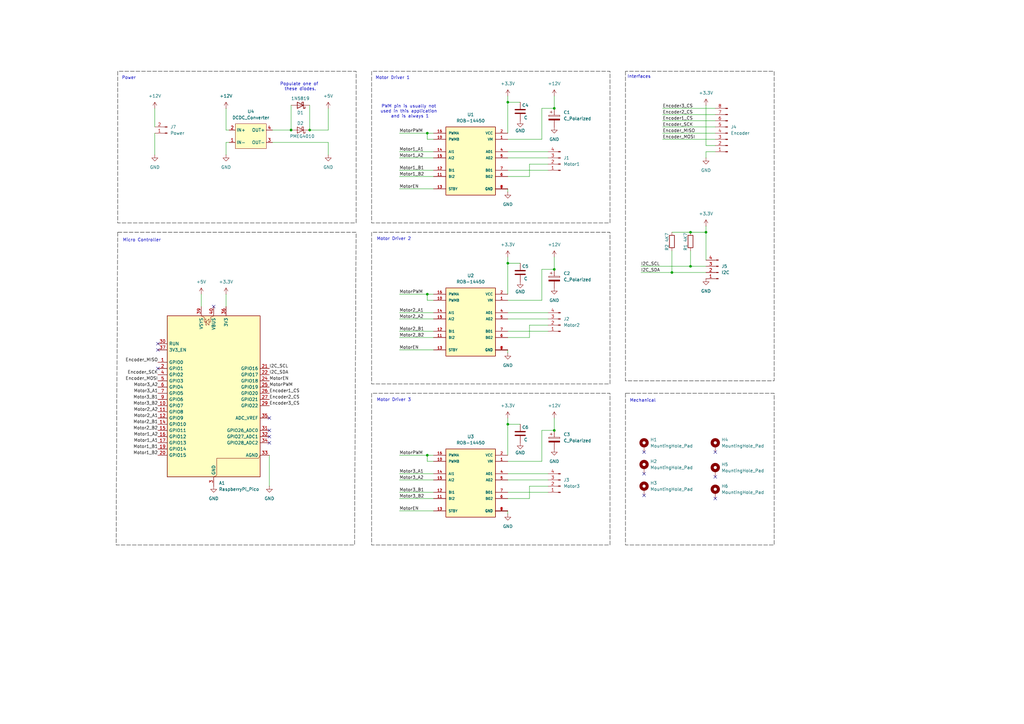
<source format=kicad_sch>
(kicad_sch (version 20250114) (generator "eeschema") (generator_version "9.0")
  (paper "A3")
  (lib_symbols
    (symbol "Connector:Conn_01x02_Pin" (pin_names (offset 1.016) (hide yes))
      (property "Reference" "J" (at 0 2.54 0))
      (property "Value" "Conn_01x02_Pin" (at 0 -5.08 0))
      (symbol "Conn_01x02_Pin_1_1"
        (rectangle (start 0.8636 0.127) (end 0 -0.127) (stroke (width 0.1524)) (fill (type outline)))
        (rectangle (start 0.8636 -2.413) (end 0 -2.667) (stroke (width 0.1524)) (fill (type outline)))
        (polyline (pts (xy 1.27 0) (xy 0.8636 0)) (stroke (width 0.1524)))
        (polyline (pts (xy 1.27 -2.54) (xy 0.8636 -2.54)) (stroke (width 0.1524)))
        (pin passive line (at 5.08 0 180) (length 3.81) (name "Pin_1") (number "1"))
        (pin passive line (at 5.08 -2.54 180) (length 3.81) (name "Pin_2") (number "2"))
      )
    )
    (symbol "Connector:Conn_01x04_Pin" (pin_names (offset 1.016) (hide yes))
      (property "Reference" "J" (at 0 5.08 0))
      (property "Value" "Conn_01x04_Pin" (at 0 -7.62 0))
      (symbol "Conn_01x04_Pin_1_1"
        (rectangle (start 0.8636 2.667) (end 0 2.413) (stroke (width 0.1524)) (fill (type outline)))
        (rectangle (start 0.8636 0.127) (end 0 -0.127) (stroke (width 0.1524)) (fill (type outline)))
        (rectangle (start 0.8636 -2.413) (end 0 -2.667) (stroke (width 0.1524)) (fill (type outline)))
        (rectangle (start 0.8636 -4.953) (end 0 -5.207) (stroke (width 0.1524)) (fill (type outline)))
        (polyline (pts (xy 1.27 2.54) (xy 0.8636 2.54)) (stroke (width 0.1524)))
        (polyline (pts (xy 1.27 0) (xy 0.8636 0)) (stroke (width 0.1524)))
        (polyline (pts (xy 1.27 -2.54) (xy 0.8636 -2.54)) (stroke (width 0.1524)))
        (polyline (pts (xy 1.27 -5.08) (xy 0.8636 -5.08)) (stroke (width 0.1524)))
        (pin passive line (at 5.08 2.54 180) (length 3.81) (name "Pin_1") (number "1"))
        (pin passive line (at 5.08 0 180) (length 3.81) (name "Pin_2") (number "2"))
        (pin passive line (at 5.08 -2.54 180) (length 3.81) (name "Pin_3") (number "3"))
        (pin passive line (at 5.08 -5.08 180) (length 3.81) (name "Pin_4") (number "4"))
      )
    )
    (symbol "Connector:Conn_01x08_Pin" (pin_names (offset 1.016) (hide yes))
      (property "Reference" "J" (at 0 10.16 0))
      (property "Value" "Conn_01x08_Pin" (at 0 -12.7 0))
      (symbol "Conn_01x08_Pin_1_1"
        (rectangle (start 0.8636 7.747) (end 0 7.493) (stroke (width 0.1524)) (fill (type outline)))
        (rectangle (start 0.8636 5.207) (end 0 4.953) (stroke (width 0.1524)) (fill (type outline)))
        (rectangle (start 0.8636 2.667) (end 0 2.413) (stroke (width 0.1524)) (fill (type outline)))
        (rectangle (start 0.8636 0.127) (end 0 -0.127) (stroke (width 0.1524)) (fill (type outline)))
        (rectangle (start 0.8636 -2.413) (end 0 -2.667) (stroke (width 0.1524)) (fill (type outline)))
        (rectangle (start 0.8636 -4.953) (end 0 -5.207) (stroke (width 0.1524)) (fill (type outline)))
        (rectangle (start 0.8636 -7.493) (end 0 -7.747) (stroke (width 0.1524)) (fill (type outline)))
        (rectangle (start 0.8636 -10.033) (end 0 -10.287) (stroke (width 0.1524)) (fill (type outline)))
        (polyline (pts (xy 1.27 7.62) (xy 0.8636 7.62)) (stroke (width 0.1524)))
        (polyline (pts (xy 1.27 5.08) (xy 0.8636 5.08)) (stroke (width 0.1524)))
        (polyline (pts (xy 1.27 2.54) (xy 0.8636 2.54)) (stroke (width 0.1524)))
        (polyline (pts (xy 1.27 0) (xy 0.8636 0)) (stroke (width 0.1524)))
        (polyline (pts (xy 1.27 -2.54) (xy 0.8636 -2.54)) (stroke (width 0.1524)))
        (polyline (pts (xy 1.27 -5.08) (xy 0.8636 -5.08)) (stroke (width 0.1524)))
        (polyline (pts (xy 1.27 -7.62) (xy 0.8636 -7.62)) (stroke (width 0.1524)))
        (polyline (pts (xy 1.27 -10.16) (xy 0.8636 -10.16)) (stroke (width 0.1524)))
        (pin passive line (at 5.08 7.62 180) (length 3.81) (name "Pin_1") (number "1"))
        (pin passive line (at 5.08 5.08 180) (length 3.81) (name "Pin_2") (number "2"))
        (pin passive line (at 5.08 2.54 180) (length 3.81) (name "Pin_3") (number "3"))
        (pin passive line (at 5.08 0 180) (length 3.81) (name "Pin_4") (number "4"))
        (pin passive line (at 5.08 -2.54 180) (length 3.81) (name "Pin_5") (number "5"))
        (pin passive line (at 5.08 -5.08 180) (length 3.81) (name "Pin_6") (number "6"))
        (pin passive line (at 5.08 -7.62 180) (length 3.81) (name "Pin_7") (number "7"))
        (pin passive line (at 5.08 -10.16 180) (length 3.81) (name "Pin_8") (number "8"))
      )
    )
    (symbol "DCDC_Converter:DCDC-Module"
      (property "Reference" "U" (at -0.508 0 0))
      (property "Value" "DCDC_Converter" (at -2.54 0 0))
      (symbol "DCDC-Module_1_1"
        (rectangle (start -6.35 5.08) (end 6.35 -5.08) (fill (type background)))
        (pin power_in line (at -8.89 2.54 0) (length 2.54) (name "IN+") (number "2"))
        (pin power_in line (at -8.89 -2.54 0) (length 2.54) (name "IN-") (number "1"))
        (pin power_out line (at 8.89 2.54 180) (length 2.54) (name "OUT+") (number "4"))
        (pin power_out line (at 8.89 -2.54 180) (length 2.54) (name "OUT-") (number "3"))
      )
    )
    (symbol "Device:C" (pin_numbers (hide yes)) (pin_names (offset 0.254))
      (property "Reference" "C" (at 0.635 2.54 0))
      (property "Value" "C" (at 0.635 -2.54 0))
      (symbol "C_0_1"
        (polyline (pts (xy -2.032 0.762) (xy 2.032 0.762)) (stroke (width 0.508)))
        (polyline (pts (xy -2.032 -0.762) (xy 2.032 -0.762)) (stroke (width 0.508)))
      )
      (symbol "C_1_1"
        (pin passive line (at 0 3.81 270) (length 2.794) (name "~") (number "1"))
        (pin passive line (at 0 -3.81 90) (length 2.794) (name "~") (number "2"))
      )
    )
    (symbol "Device:C_Polarized" (pin_numbers (hide yes)) (pin_names (offset 0.254))
      (property "Reference" "C" (at 0.635 2.54 0))
      (property "Value" "C_Polarized" (at 0.635 -2.54 0))
      (symbol "C_Polarized_0_1"
        (rectangle (start -2.286 0.508) (end 2.286 1.016))
        (polyline (pts (xy -1.778 2.286) (xy -0.762 2.286)))
        (polyline (pts (xy -1.27 2.794) (xy -1.27 1.778)))
        (rectangle (start 2.286 -0.508) (end -2.286 -1.016) (fill (type outline)))
      )
      (symbol "C_Polarized_1_1"
        (pin passive line (at 0 3.81 270) (length 2.794) (name "~") (number "1"))
        (pin passive line (at 0 -3.81 90) (length 2.794) (name "~") (number "2"))
      )
    )
    (symbol "Device:R" (pin_numbers (hide yes)) (pin_names (offset 0))
      (property "Reference" "R" (at 2.032 0 90))
      (property "Value" "R" (at 0 0 90))
      (symbol "R_0_1"
        (rectangle (start -1.016 -2.54) (end 1.016 2.54) (stroke (width 0.254)))
      )
      (symbol "R_1_1"
        (pin passive line (at 0 3.81 270) (length 1.27) (name "~") (number "1"))
        (pin passive line (at 0 -3.81 90) (length 1.27) (name "~") (number "2"))
      )
    )
    (symbol "Diode:1N5819" (pin_numbers (hide yes)) (pin_names (offset 1.016) (hide yes))
      (property "Reference" "D" (at 0 2.54 0))
      (property "Value" "1N5819" (at 0 -2.54 0))
      (symbol "1N5819_0_1"
        (polyline (pts (xy -1.905 0.635) (xy -1.905 1.27) (xy -1.27 1.27) (xy -1.27 -1.27) (xy -0.635 -1.27) (xy -0.635 -0.635)) (stroke (width 0.254)))
        (polyline (pts (xy 1.27 1.27) (xy 1.27 -1.27) (xy -1.27 0) (xy 1.27 1.27)) (stroke (width 0.254)))
        (polyline (pts (xy 1.27 0) (xy -1.27 0)))
      )
      (symbol "1N5819_1_1"
        (pin passive line (at -3.81 0 0) (length 2.54) (name "K") (number "1"))
        (pin passive line (at 3.81 0 180) (length 2.54) (name "A") (number "2"))
      )
    )
    (symbol "Diode:PMEG4010CEH" (pin_numbers (hide yes)) (pin_names (hide yes))
      (property "Reference" "D" (at 0 2.54 0))
      (property "Value" "PMEG4010CEH" (at 0 -2.54 0))
      (symbol "PMEG4010CEH_0_1"
        (polyline (pts (xy -1.905 0.635) (xy -1.905 1.27) (xy -1.27 1.27) (xy -1.27 -1.27) (xy -0.635 -1.27) (xy -0.635 -0.635)) (stroke (width 0.2032)))
        (polyline (pts (xy 1.27 1.27) (xy 1.27 -1.27) (xy -1.27 0) (xy 1.27 1.27)) (stroke (width 0.2032)))
        (polyline (pts (xy 1.27 0) (xy -1.27 0)))
      )
      (symbol "PMEG4010CEH_1_1"
        (pin passive line (at -3.81 0 0) (length 2.54) (name "K") (number "1"))
        (pin passive line (at 3.81 0 180) (length 2.54) (name "A") (number "2"))
      )
    )
    (symbol "MCU_Module:RaspberryPi_Pico" (pin_names (offset 0.762))
      (property "Reference" "A" (at -19.05 35.56 0))
      (property "Value" "RaspberryPi_Pico" (at 7.62 35.56 0))
      (symbol "RaspberryPi_Pico_0_1"
        (rectangle (start -19.05 34.29) (end 19.05 -31.75) (stroke (width 0.254)) (fill (type background)))
        (polyline (pts (xy -5.08 34.29) (xy -3.81 33.655) (xy -3.81 31.75) (xy -3.175 31.75)))
        (polyline (pts (xy -3.429 32.766) (xy -3.429 33.02) (xy -3.175 33.02) (xy -3.175 30.48) (xy -2.921 30.48) (xy -2.921 30.734)))
        (polyline (pts (xy -3.175 31.75) (xy -1.905 33.02) (xy -1.905 30.48) (xy -3.175 31.75)))
        (polyline (pts (xy 0 34.29) (xy -1.27 33.655) (xy -1.27 31.75) (xy -1.905 31.75)))
        (polyline (pts (xy 0 -31.75) (xy 1.27 -31.115) (xy 1.27 -24.13) (xy 18.415 -24.13) (xy 19.05 -22.86)))
      )
      (symbol "RaspberryPi_Pico_1_1"
        (pin passive line (at -22.86 22.86 0) (length 3.81) (name "RUN") (number "30"))
        (pin passive line (at -22.86 20.32 0) (length 3.81) (name "3V3_EN") (number "37"))
        (pin bidirectional line (at -22.86 15.24 0) (length 3.81) (name "GPIO0") (number "1"))
        (pin bidirectional line (at -22.86 12.7 0) (length 3.81) (name "GPIO1") (number "2"))
        (pin bidirectional line (at -22.86 10.16 0) (length 3.81) (name "GPIO2") (number "4"))
        (pin bidirectional line (at -22.86 7.62 0) (length 3.81) (name "GPIO3") (number "5"))
        (pin bidirectional line (at -22.86 5.08 0) (length 3.81) (name "GPIO4") (number "6"))
        (pin bidirectional line (at -22.86 2.54 0) (length 3.81) (name "GPIO5") (number "7"))
        (pin bidirectional line (at -22.86 0 0) (length 3.81) (name "GPIO6") (number "9"))
        (pin bidirectional line (at -22.86 -2.54 0) (length 3.81) (name "GPIO7") (number "10"))
        (pin bidirectional line (at -22.86 -5.08 0) (length 3.81) (name "GPIO8") (number "11"))
        (pin bidirectional line (at -22.86 -7.62 0) (length 3.81) (name "GPIO9") (number "12"))
        (pin bidirectional line (at -22.86 -10.16 0) (length 3.81) (name "GPIO10") (number "14"))
        (pin bidirectional line (at -22.86 -12.7 0) (length 3.81) (name "GPIO11") (number "15"))
        (pin bidirectional line (at -22.86 -15.24 0) (length 3.81) (name "GPIO12") (number "16"))
        (pin bidirectional line (at -22.86 -17.78 0) (length 3.81) (name "GPIO13") (number "17"))
        (pin bidirectional line (at -22.86 -20.32 0) (length 3.81) (name "GPIO14") (number "19"))
        (pin bidirectional line (at -22.86 -22.86 0) (length 3.81) (name "GPIO15") (number "20"))
        (pin power_in line (at -5.08 38.1 270) (length 3.81) (name "VSYS") (number "39"))
        (pin power_out line (at 0 38.1 270) (length 3.81) (name "VBUS") (number "40"))
        (pin passive line (at 0 -35.56 90) (length 3.81) (hide yes) (name "GND") (number "13"))
        (pin passive line (at 0 -35.56 90) (length 3.81) (hide yes) (name "GND") (number "18"))
        (pin passive line (at 0 -35.56 90) (length 3.81) (hide yes) (name "GND") (number "23"))
        (pin passive line (at 0 -35.56 90) (length 3.81) (hide yes) (name "GND") (number "28"))
        (pin power_out line (at 0 -35.56 90) (length 3.81) (name "GND") (number "3"))
        (pin passive line (at 0 -35.56 90) (length 3.81) (hide yes) (name "GND") (number "38"))
        (pin passive line (at 0 -35.56 90) (length 3.81) (hide yes) (name "GND") (number "8"))
        (pin power_out line (at 5.08 38.1 270) (length 3.81) (name "3V3") (number "36"))
        (pin bidirectional line (at 22.86 12.7 180) (length 3.81) (name "GPIO16") (number "21"))
        (pin bidirectional line (at 22.86 10.16 180) (length 3.81) (name "GPIO17") (number "22"))
        (pin bidirectional line (at 22.86 7.62 180) (length 3.81) (name "GPIO18") (number "24"))
        (pin bidirectional line (at 22.86 5.08 180) (length 3.81) (name "GPIO19") (number "25"))
        (pin bidirectional line (at 22.86 2.54 180) (length 3.81) (name "GPIO20") (number "26"))
        (pin bidirectional line (at 22.86 0 180) (length 3.81) (name "GPIO21") (number "27"))
        (pin bidirectional line (at 22.86 -2.54 180) (length 3.81) (name "GPIO22") (number "29"))
        (pin power_in line (at 22.86 -7.62 180) (length 3.81) (name "ADC_VREF") (number "35"))
        (pin bidirectional line (at 22.86 -12.7 180) (length 3.81) (name "GPIO26_ADC0") (number "31"))
        (pin bidirectional line (at 22.86 -15.24 180) (length 3.81) (name "GPIO27_ADC1") (number "32"))
        (pin bidirectional line (at 22.86 -17.78 180) (length 3.81) (name "GPIO28_ADC2") (number "34"))
        (pin power_out line (at 22.86 -22.86 180) (length 3.81) (name "AGND") (number "33"))
      )
    )
    (symbol "Mechanical:MountingHole_Pad" (pin_numbers (hide yes)) (pin_names (offset 1.016) (hide yes)) (in_bom no)
      (property "Reference" "H" (at 0 6.35 0))
      (property "Value" "MountingHole_Pad" (at 0 4.445 0))
      (symbol "MountingHole_Pad_0_1"
        (circle (center 0 1.27) (radius 1.27) (stroke (width 1.27)))
      )
      (symbol "MountingHole_Pad_1_1"
        (pin input line (at 0 -2.54 90) (length 2.54) (name "1") (number "1"))
      )
    )
    (symbol "ROB-14450:ROB-14450" (pin_names (offset 1.016))
      (property "Reference" "U" (at -10.16 16.002 0))
      (property "Value" "ROB-14450" (at -10.16 -15.24 0))
      (symbol "ROB-14450_0_0"
        (rectangle (start -10.16 -12.7) (end 10.16 15.24) (stroke (width 0.254)) (fill (type background)))
        (pin input line (at -15.24 12.7 0) (length 5.08) (name "PWMA") (number "16"))
        (pin input line (at -15.24 10.16 0) (length 5.08) (name "PWMB") (number "10"))
        (pin input line (at -15.24 5.08 0) (length 5.08) (name "AI1") (number "14"))
        (pin input line (at -15.24 2.54 0) (length 5.08) (name "AI2") (number "15"))
        (pin input line (at -15.24 -2.54 0) (length 5.08) (name "BI1") (number "12"))
        (pin input line (at -15.24 -5.08 0) (length 5.08) (name "BI2") (number "11"))
        (pin input line (at -15.24 -10.16 0) (length 5.08) (name "STBY") (number "13"))
        (pin power_in line (at 15.24 12.7 180) (length 5.08) (name "VCC") (number "2"))
        (pin power_in line (at 15.24 10.16 180) (length 5.08) (name "VM") (number "1"))
        (pin output line (at 15.24 5.08 180) (length 5.08) (name "A01") (number "4"))
        (pin output line (at 15.24 2.54 180) (length 5.08) (name "A02") (number "5"))
        (pin output line (at 15.24 -2.54 180) (length 5.08) (name "B01") (number "7"))
        (pin output line (at 15.24 -5.08 180) (length 5.08) (name "B02") (number "6"))
        (pin power_in line (at 15.24 -10.16 180) (length 5.08) (name "GND") (number "3"))
        (pin power_in line (at 15.24 -10.16 180) (length 5.08) (name "GND") (number "8"))
        (pin power_in line (at 15.24 -10.16 180) (length 5.08) (name "GND") (number "9"))
      )
    )
    (symbol "power:+12V" (power) (pin_numbers (hide yes)) (pin_names (offset 0) (hide yes))
      (property "Value" "+12V" (at 0 3.556 0))
      (symbol "+12V_0_1"
        (polyline (pts (xy -0.762 1.27) (xy 0 2.54)))
        (polyline (pts (xy 0 2.54) (xy 0.762 1.27)))
        (polyline (pts (xy 0 0) (xy 0 2.54)))
      )
      (symbol "+12V_1_1"
        (pin power_in line (at 0 0 90) (length 0) (name "~") (number "1"))
      )
    )
    (symbol "power:+3.3V" (power) (pin_numbers (hide yes)) (pin_names (offset 0) (hide yes))
      (property "Value" "+3.3V" (at 0 3.556 0))
      (symbol "+3.3V_0_1"
        (polyline (pts (xy -0.762 1.27) (xy 0 2.54)))
        (polyline (pts (xy 0 2.54) (xy 0.762 1.27)))
        (polyline (pts (xy 0 0) (xy 0 2.54)))
      )
      (symbol "+3.3V_1_1"
        (pin power_in line (at 0 0 90) (length 0) (name "~") (number "1"))
      )
    )
    (symbol "power:+5V" (power) (pin_numbers (hide yes)) (pin_names (offset 0) (hide yes))
      (property "Value" "+5V" (at 0 3.556 0))
      (symbol "+5V_0_1"
        (polyline (pts (xy -0.762 1.27) (xy 0 2.54)))
        (polyline (pts (xy 0 2.54) (xy 0.762 1.27)))
        (polyline (pts (xy 0 0) (xy 0 2.54)))
      )
      (symbol "+5V_1_1"
        (pin power_in line (at 0 0 90) (length 0) (name "~") (number "1"))
      )
    )
    (symbol "power:GND" (power) (pin_numbers (hide yes)) (pin_names (offset 0) (hide yes))
      (property "Value" "GND" (at 0 -3.81 0))
      (symbol "GND_0_1"
        (polyline (pts (xy 0 0) (xy 0 -1.27) (xy 1.27 -1.27) (xy 0 -2.54) (xy -1.27 -1.27) (xy 0 -1.27)))
      )
      (symbol "GND_1_1"
        (pin power_in line (at 0 0 270) (length 0) (name "~") (number "1"))
      )
    )
  )
  (text "PWM pin is usually not\nused in this application\n and is always 1" (at 167.64 45.72 0) (effects (font (size 1.27 1.27))))
  (text "Motor Driver 2" (at 161.544 98.044 0) (effects (font (size 1.27 1.27))))
  (text "Power" (at 52.832 32.004 0) (effects (font (size 1.27 1.27))))
  (text "Interfaces" (at 262.128 31.496 0) (effects (font (size 1.27 1.27))))
  (text "Motor Driver 1" (at 161.036 32.004 0) (effects (font (size 1.27 1.27))))
  (text "Motor Driver 3" (at 161.544 164.084 0) (effects (font (size 1.27 1.27))))
  (text "Mechanical" (at 263.652 164.338 0) (effects (font (size 1.27 1.27))))
  (text "Populate one of \nthese diodes." (at 123.19 35.56 0) (effects (font (size 1.27 1.27))))
  (text "Micro Controller" (at 58.166 98.552 0) (effects (font (size 1.27 1.27))))
  (junction (at 289.56 95.25))
  (junction (at 208.28 107.95))
  (junction (at 175.26 54.61))
  (junction (at 208.28 173.99))
  (junction (at 283.21 109.22))
  (junction (at 208.28 41.91))
  (junction (at 175.26 120.65))
  (junction (at 175.26 186.69))
  (junction (at 227.33 44.45))
  (junction (at 127 53.34))
  (junction (at 227.33 176.53))
  (junction (at 275.59 111.76))
  (junction (at 227.33 110.49))
  (junction (at 119.38 53.34))
  (junction (at 283.21 95.25))
  (no_connect (at 110.49 171.45))
  (no_connect (at 87.63 125.73))
  (no_connect (at 110.49 181.61))
  (no_connect (at 293.37 195.58))
  (no_connect (at 64.77 151.13))
  (no_connect (at 110.49 179.07))
  (no_connect (at 110.49 176.53))
  (no_connect (at 64.77 140.97))
  (no_connect (at 293.37 185.42))
  (no_connect (at 293.37 204.47))
  (no_connect (at 264.16 194.31))
  (no_connect (at 64.77 143.51))
  (no_connect (at 264.16 203.2))
  (no_connect (at 264.16 185.42))
  (wire (pts (xy 217.17 199.39) (xy 224.79 199.39)))
  (wire (pts (xy 208.28 135.89) (xy 224.79 135.89)))
  (wire (pts (xy 289.56 95.25) (xy 289.56 106.68)))
  (wire (pts (xy 134.62 44.45) (xy 134.62 53.34)))
  (wire (pts (xy 175.26 54.61) (xy 175.26 57.15)))
  (wire (pts (xy 262.89 109.22) (xy 283.21 109.22)))
  (wire (pts (xy 175.26 120.65) (xy 177.8 120.65)))
  (wire (pts (xy 283.21 95.25) (xy 289.56 95.25)))
  (wire (pts (xy 208.28 171.45) (xy 208.28 173.99)))
  (wire (pts (xy 175.26 120.65) (xy 175.26 123.19)))
  (wire (pts (xy 222.25 176.53) (xy 222.25 189.23)))
  (wire (pts (xy 271.78 57.15) (xy 293.37 57.15)))
  (wire (pts (xy 208.28 204.47) (xy 217.17 204.47)))
  (wire (pts (xy 63.5 44.45) (xy 63.5 52.07)))
  (wire (pts (xy 217.17 204.47) (xy 217.17 199.39)))
  (wire (pts (xy 92.71 58.42) (xy 93.98 58.42)))
  (wire (pts (xy 163.83 128.27) (xy 177.8 128.27)))
  (wire (pts (xy 271.78 46.99) (xy 293.37 46.99)))
  (wire (pts (xy 208.28 189.23) (xy 222.25 189.23)))
  (wire (pts (xy 271.78 54.61) (xy 293.37 54.61)))
  (wire (pts (xy 227.33 105.41) (xy 227.33 110.49)))
  (wire (pts (xy 163.83 138.43) (xy 177.8 138.43)))
  (wire (pts (xy 227.33 171.45) (xy 227.33 176.53)))
  (wire (pts (xy 175.26 54.61) (xy 177.8 54.61)))
  (wire (pts (xy 289.56 59.69) (xy 289.56 43.18)))
  (wire (pts (xy 110.49 186.69) (xy 110.49 199.39)))
  (wire (pts (xy 271.78 52.07) (xy 293.37 52.07)))
  (wire (pts (xy 208.28 41.91) (xy 208.28 54.61)))
  (wire (pts (xy 175.26 186.69) (xy 175.26 189.23)))
  (wire (pts (xy 163.83 130.81) (xy 177.8 130.81)))
  (wire (pts (xy 208.28 62.23) (xy 224.79 62.23)))
  (wire (pts (xy 208.28 123.19) (xy 222.25 123.19)))
  (wire (pts (xy 208.28 173.99) (xy 208.28 186.69)))
  (wire (pts (xy 283.21 109.22) (xy 289.56 109.22)))
  (wire (pts (xy 163.83 54.61) (xy 175.26 54.61)))
  (wire (pts (xy 208.28 173.99) (xy 213.36 173.99)))
  (wire (pts (xy 208.28 107.95) (xy 213.36 107.95)))
  (wire (pts (xy 175.26 57.15) (xy 177.8 57.15)))
  (wire (pts (xy 163.83 77.47) (xy 177.8 77.47)))
  (wire (pts (xy 289.56 62.23) (xy 289.56 64.77)))
  (wire (pts (xy 208.28 78.74) (xy 208.28 77.47)))
  (wire (pts (xy 163.83 72.39) (xy 177.8 72.39)))
  (wire (pts (xy 163.83 64.77) (xy 177.8 64.77)))
  (wire (pts (xy 163.83 120.65) (xy 175.26 120.65)))
  (wire (pts (xy 163.83 209.55) (xy 177.8 209.55)))
  (wire (pts (xy 175.26 186.69) (xy 177.8 186.69)))
  (wire (pts (xy 275.59 102.87) (xy 275.59 111.76)))
  (wire (pts (xy 163.83 186.69) (xy 175.26 186.69)))
  (wire (pts (xy 271.78 49.53) (xy 293.37 49.53)))
  (wire (pts (xy 208.28 39.37) (xy 208.28 41.91)))
  (wire (pts (xy 293.37 62.23) (xy 289.56 62.23)))
  (wire (pts (xy 134.62 58.42) (xy 134.62 63.5)))
  (wire (pts (xy 227.33 39.37) (xy 227.33 44.45)))
  (wire (pts (xy 111.76 53.34) (xy 119.38 53.34)))
  (wire (pts (xy 222.25 176.53) (xy 227.33 176.53)))
  (wire (pts (xy 93.98 53.34) (xy 92.71 53.34)))
  (wire (pts (xy 127 43.18) (xy 127 53.34)))
  (wire (pts (xy 163.83 194.31) (xy 177.8 194.31)))
  (wire (pts (xy 208.28 41.91) (xy 213.36 41.91)))
  (wire (pts (xy 134.62 58.42) (xy 111.76 58.42)))
  (wire (pts (xy 92.71 58.42) (xy 92.71 63.5)))
  (wire (pts (xy 217.17 72.39) (xy 217.17 67.31)))
  (wire (pts (xy 63.5 63.5) (xy 63.5 54.61)))
  (wire (pts (xy 275.59 111.76) (xy 289.56 111.76)))
  (wire (pts (xy 208.28 128.27) (xy 224.79 128.27)))
  (wire (pts (xy 208.28 130.81) (xy 224.79 130.81)))
  (wire (pts (xy 275.59 95.25) (xy 283.21 95.25)))
  (wire (pts (xy 222.25 57.15) (xy 208.28 57.15)))
  (wire (pts (xy 163.83 69.85) (xy 177.8 69.85)))
  (wire (pts (xy 208.28 69.85) (xy 224.79 69.85)))
  (wire (pts (xy 92.71 53.34) (xy 92.71 44.45)))
  (wire (pts (xy 208.28 194.31) (xy 224.79 194.31)))
  (wire (pts (xy 208.28 210.82) (xy 208.28 209.55)))
  (wire (pts (xy 163.83 143.51) (xy 177.8 143.51)))
  (wire (pts (xy 217.17 133.35) (xy 224.79 133.35)))
  (wire (pts (xy 127 53.34) (xy 134.62 53.34)))
  (wire (pts (xy 163.83 62.23) (xy 177.8 62.23)))
  (wire (pts (xy 289.56 92.71) (xy 289.56 95.25)))
  (wire (pts (xy 283.21 102.87) (xy 283.21 109.22)))
  (wire (pts (xy 217.17 138.43) (xy 217.17 133.35)))
  (wire (pts (xy 175.26 189.23) (xy 177.8 189.23)))
  (wire (pts (xy 119.38 43.18) (xy 119.38 53.34)))
  (wire (pts (xy 208.28 201.93) (xy 224.79 201.93)))
  (wire (pts (xy 82.55 120.65) (xy 82.55 125.73)))
  (wire (pts (xy 222.25 44.45) (xy 227.33 44.45)))
  (wire (pts (xy 163.83 204.47) (xy 177.8 204.47)))
  (wire (pts (xy 208.28 138.43) (xy 217.17 138.43)))
  (wire (pts (xy 222.25 110.49) (xy 227.33 110.49)))
  (wire (pts (xy 208.28 196.85) (xy 224.79 196.85)))
  (wire (pts (xy 217.17 67.31) (xy 224.79 67.31)))
  (wire (pts (xy 163.83 201.93) (xy 177.8 201.93)))
  (wire (pts (xy 208.28 107.95) (xy 208.28 120.65)))
  (wire (pts (xy 92.71 120.65) (xy 92.71 125.73)))
  (wire (pts (xy 163.83 135.89) (xy 177.8 135.89)))
  (wire (pts (xy 208.28 72.39) (xy 217.17 72.39)))
  (wire (pts (xy 163.83 196.85) (xy 177.8 196.85)))
  (wire (pts (xy 222.25 44.45) (xy 222.25 57.15)))
  (wire (pts (xy 208.28 64.77) (xy 224.79 64.77)))
  (wire (pts (xy 175.26 123.19) (xy 177.8 123.19)))
  (wire (pts (xy 293.37 59.69) (xy 289.56 59.69)))
  (wire (pts (xy 208.28 105.41) (xy 208.28 107.95)))
  (wire (pts (xy 208.28 144.78) (xy 208.28 143.51)))
  (wire (pts (xy 271.78 44.45) (xy 293.37 44.45)))
  (wire (pts (xy 222.25 110.49) (xy 222.25 123.19)))
  (wire (pts (xy 262.89 111.76) (xy 275.59 111.76)))
  (label "Motor1_A2" (at 163.83 64.77 0))
  (label "Motor1_A1" (at 163.83 62.23 0))
  (label "Motor3_B2" (at 64.77 166.37 180))
  (label "MotorPWM" (at 163.83 186.69 0))
  (label "Encoder1_CS" (at 271.78 49.53 0))
  (label "I2C_SCL" (at 262.89 109.22 0))
  (label "Motor2_A2" (at 163.83 130.81 0))
  (label "Motor3_A1" (at 163.83 194.31 0))
  (label "Motor1_B1" (at 163.83 69.85 0))
  (label "Motor3_B2" (at 163.83 204.47 0))
  (label "Motor2_A1" (at 163.83 128.27 0))
  (label "Motor2_B1" (at 64.77 173.99 180))
  (label "Motor1_A1" (at 64.77 181.61 180))
  (label "Motor3_A2" (at 64.77 158.75 180))
  (label "Encoder3_CS" (at 110.49 166.37 0))
  (label "Encoder_MISO" (at 271.78 54.61 0))
  (label "Encoder_MOSI" (at 64.77 156.21 180))
  (label "Motor1_A2" (at 64.77 179.07 180))
  (label "MotorPWM" (at 110.49 158.75 0))
  (label "Motor1_B2" (at 163.83 72.39 0))
  (label "Encoder_SCK" (at 64.77 153.67 180))
  (label "MotorEN" (at 110.49 156.21 0))
  (label "Encoder2_CS" (at 110.49 163.83 0))
  (label "I2C_SDA" (at 110.49 153.67 0))
  (label "Motor3_A1" (at 64.77 161.29 180))
  (label "Motor2_B1" (at 163.83 135.89 0))
  (label "Motor1_B1" (at 64.77 184.15 180))
  (label "Motor3_B1" (at 64.77 163.83 180))
  (label "Encoder3_CS" (at 271.78 44.45 0))
  (label "Motor1_B2" (at 64.77 186.69 180))
  (label "MotorEN" (at 163.83 77.47 0))
  (label "Encoder_SCK" (at 271.78 52.07 0))
  (label "Motor2_A2" (at 64.77 168.91 180))
  (label "Motor3_B1" (at 163.83 201.93 0))
  (label "Motor2_A1" (at 64.77 171.45 180))
  (label "Motor3_A2" (at 163.83 196.85 0))
  (label "MotorEN" (at 163.83 143.51 0))
  (label "MotorPWM" (at 163.83 120.65 0))
  (label "Encoder_MOSI" (at 271.78 57.15 0))
  (label "I2C_SCL" (at 110.49 151.13 0))
  (label "I2C_SDA" (at 262.89 111.76 0))
  (label "Encoder_MISO" (at 64.77 148.59 180))
  (label "Motor2_B2" (at 163.83 138.43 0))
  (label "MotorPWM" (at 163.83 54.61 0))
  (label "Encoder1_CS" (at 110.49 161.29 0))
  (label "Motor2_B2" (at 64.77 176.53 180))
  (label "Encoder2_CS" (at 271.78 46.99 0))
  (label "MotorEN" (at 163.83 209.55 0))
  (rule_area (polyline (pts (xy 152.4 29.21) (xy 152.4 91.4401) (xy 250.19 91.4401) (xy 250.19 29.21)) (stroke (width 0) (type dash) (color 0 0 0 0.5))))
  (rule_area (polyline (pts (xy 256.54 161.29) (xy 256.54 223.52) (xy 317.5 223.52) (xy 317.5 161.29)) (stroke (width 0) (type dash) (color 0 0 0 0.5))))
  (rule_area (polyline (pts (xy 48.26 95.25) (xy 47.625 223.52) (xy 145.415 223.52) (xy 146.05 95.25)) (stroke (width 0) (type dash) (color 0 0 0 0.5))))
  (rule_area (polyline (pts (xy 256.54 29.21) (xy 256.54 156.21) (xy 317.5 156.21) (xy 317.5 29.21)) (stroke (width 0) (type dash) (color 0 0 0 0.5))))
  (rule_area (polyline (pts (xy 48.26 29.21) (xy 48.26 91.4401) (xy 146.05 91.4401) (xy 146.05 29.21)) (stroke (width 0) (type dash) (color 0 0 0 0.5))))
  (rule_area (polyline (pts (xy 152.4 95.25) (xy 152.4 157.48) (xy 250.19 157.48) (xy 250.19 95.25)) (stroke (width 0) (type dash) (color 0 0 0 0.5))))
  (rule_area (polyline (pts (xy 152.4 161.29) (xy 152.4 223.52) (xy 250.19 223.52) (xy 250.19 161.29)) (stroke (width 0) (type dash) (color 0 0 0 0.5))))
  (symbol (lib_id "power:GND") (at 87.63 199.39 0) (unit 1)
    (property "Reference" "#PWR024" (effects (hide yes)))
    (property "Value" "GND" (at 87.63 204.47 0))
    (property "Description" "Power symbol creates a global label with name \"GND\" , ground" (effects (hide yes)))
  )
  (symbol (lib_id "power:+12V") (at 227.33 171.45 0) (unit 1)
    (property "Reference" "#PWR011" (effects (hide yes)))
    (property "Value" "+12V" (at 227.33 166.37 0))
    (property "Description" "Power symbol creates a global label with name \"+12V\"" (effects (hide yes)))
  )
  (symbol (lib_id "Device:C") (at 213.36 111.76 0) (unit 1)
    (property "Reference" "C5" (at 214.122 109.22 0) (effects (justify left)))
    (property "Value" "C" (at 214.884 114.3 0) (effects (justify left)))
    (property "Footprint" "Capacitor_SMD:C_0603_1608Metric_Pad1.08x0.95mm_HandSolder" (effects (hide yes)))
    (property "Description" "Unpolarized capacitor" (effects (hide yes)))
  )
  (symbol (lib_id "power:GND") (at 227.33 118.11 0) (unit 1)
    (property "Reference" "#PWR08" (effects (hide yes)))
    (property "Value" "GND" (at 227.33 123.19 0))
    (property "Description" "Power symbol creates a global label with name \"GND\" , ground" (effects (hide yes)))
  )
  (symbol (lib_id "ROB-14450:ROB-14450") (at 193.04 199.39 0) (unit 1)
    (property "Reference" "U3" (at 193.04 179.07 0))
    (property "Value" "ROB-14450" (at 193.04 181.61 0))
    (property "Footprint" "ROB-14450:MODULE_ROB-14450" (effects (hide yes)))
    (property "MF" "SparkFun Electronics" (effects (hide yes)))
    (property "Description_1" "TB6612FNG - Motor Controller/Driver Power Management Evaluation Board" (effects (hide yes)))
    (property "Package" "None" (effects (hide yes)))
    (property "Price" "None" (effects (hide yes)))
    (property "Check_prices" "https://www.snapeda.com/parts/ROB-14450/SparkFun/view-part/?ref=eda" (effects (hide yes)))
    (property "STANDARD" "Manufacturer Recommendation" (effects (hide yes)))
    (property "PARTREV" "11-13-17" (effects (hide yes)))
    (property "SnapEDA_Link" "https://www.snapeda.com/parts/ROB-14450/SparkFun/view-part/?ref=snap" (effects (hide yes)))
    (property "MP" "ROB-14450" (effects (hide yes)))
    (property "Availability" "In Stock" (effects (hide yes)))
    (property "MANUFACTURER" "Sparkfun Electronics" (effects (hide yes)))
  )
  (symbol (lib_id "power:GND") (at 134.62 63.5 0) (unit 1)
    (property "Reference" "#PWR023" (effects (hide yes)))
    (property "Value" "GND" (at 134.62 68.58 0))
    (property "Description" "Power symbol creates a global label with name \"GND\" , ground" (effects (hide yes)))
  )
  (symbol (lib_id "power:GND") (at 208.28 144.78 0) (unit 1)
    (property "Reference" "#PWR09" (effects (hide yes)))
    (property "Value" "GND" (at 208.28 149.86 0))
    (property "Description" "Power symbol creates a global label with name \"GND\" , ground" (effects (hide yes)))
  )
  (symbol (lib_id "power:+3.3V") (at 208.28 105.41 0) (unit 1)
    (property "Reference" "#PWR06" (effects (hide yes)))
    (property "Value" "+3.3V" (at 208.28 100.33 0))
    (property "Description" "Power symbol creates a global label with name \"+3.3V\"" (effects (hide yes)))
  )
  (symbol (lib_id "ROB-14450:ROB-14450") (at 193.04 133.35 0) (unit 1)
    (property "Reference" "U2" (at 193.04 113.03 0))
    (property "Value" "ROB-14450" (at 193.04 115.57 0))
    (property "Footprint" "ROB-14450:MODULE_ROB-14450" (effects (hide yes)))
    (property "MF" "SparkFun Electronics" (effects (hide yes)))
    (property "Description_1" "TB6612FNG - Motor Controller/Driver Power Management Evaluation Board" (effects (hide yes)))
    (property "Package" "None" (effects (hide yes)))
    (property "Price" "None" (effects (hide yes)))
    (property "Check_prices" "https://www.snapeda.com/parts/ROB-14450/SparkFun/view-part/?ref=eda" (effects (hide yes)))
    (property "STANDARD" "Manufacturer Recommendation" (effects (hide yes)))
    (property "PARTREV" "11-13-17" (effects (hide yes)))
    (property "SnapEDA_Link" "https://www.snapeda.com/parts/ROB-14450/SparkFun/view-part/?ref=snap" (effects (hide yes)))
    (property "MP" "ROB-14450" (effects (hide yes)))
    (property "Availability" "In Stock" (effects (hide yes)))
    (property "MANUFACTURER" "Sparkfun Electronics" (effects (hide yes)))
  )
  (symbol (lib_id "power:GND") (at 208.28 210.82 0) (unit 1)
    (property "Reference" "#PWR013" (effects (hide yes)))
    (property "Value" "GND" (at 208.28 215.9 0))
    (property "Description" "Power symbol creates a global label with name \"GND\" , ground" (effects (hide yes)))
  )
  (symbol (lib_id "power:GND") (at 208.28 78.74 0) (unit 1)
    (property "Reference" "#PWR02" (effects (hide yes)))
    (property "Value" "GND" (at 208.28 83.82 0))
    (property "Description" "Power symbol creates a global label with name \"GND\" , ground" (effects (hide yes)))
  )
  (symbol (lib_id "power:GND") (at 92.71 63.5 0) (unit 1)
    (property "Reference" "#PWR022" (effects (hide yes)))
    (property "Value" "GND" (at 92.71 68.58 0))
    (property "Description" "Power symbol creates a global label with name \"GND\" , ground" (effects (hide yes)))
  )
  (symbol (lib_id "ROB-14450:ROB-14450") (at 193.04 67.31 0) (unit 1)
    (property "Reference" "U1" (at 193.04 46.99 0))
    (property "Value" "ROB-14450" (at 193.04 49.53 0))
    (property "Footprint" "ROB-14450:MODULE_ROB-14450" (effects (hide yes)))
    (property "MF" "SparkFun Electronics" (effects (hide yes)))
    (property "Description_1" "TB6612FNG - Motor Controller/Driver Power Management Evaluation Board" (effects (hide yes)))
    (property "Package" "None" (effects (hide yes)))
    (property "Price" "None" (effects (hide yes)))
    (property "Check_prices" "https://www.snapeda.com/parts/ROB-14450/SparkFun/view-part/?ref=eda" (effects (hide yes)))
    (property "STANDARD" "Manufacturer Recommendation" (effects (hide yes)))
    (property "PARTREV" "11-13-17" (effects (hide yes)))
    (property "SnapEDA_Link" "https://www.snapeda.com/parts/ROB-14450/SparkFun/view-part/?ref=snap" (effects (hide yes)))
    (property "MP" "ROB-14450" (effects (hide yes)))
    (property "Availability" "In Stock" (effects (hide yes)))
    (property "MANUFACTURER" "Sparkfun Electronics" (effects (hide yes)))
  )
  (symbol (lib_id "power:GND") (at 213.36 49.53 0) (unit 1)
    (property "Reference" "#PWR016" (effects (hide yes)))
    (property "Value" "GND" (at 213.36 53.594 0))
    (property "Description" "Power symbol creates a global label with name \"GND\" , ground" (effects (hide yes)))
  )
  (symbol (lib_id "power:+3.3V") (at 289.56 43.18 0) (unit 1)
    (property "Reference" "#PWR014" (effects (hide yes)))
    (property "Value" "+3.3V" (at 289.56 38.1 0))
    (property "Description" "Power symbol creates a global label with name \"+3.3V\"" (effects (hide yes)))
  )
  (symbol (lib_id "MCU_Module:RaspberryPi_Pico") (at 87.63 163.83 0) (unit 1)
    (property "Reference" "A1" (at 89.7733 198.12 0) (effects (justify left)))
    (property "Value" "RaspberryPi_Pico" (at 89.7733 200.66 0) (effects (justify left)))
    (property "Footprint" "Module:RaspberryPi_Pico_Common_Unspecified" (effects (hide yes)))
    (property "Datasheet" "https://datasheets.raspberrypi.com/pico/pico-datasheet.pdf" (effects (hide yes)))
    (property "Description" "Versatile and inexpensive microcontroller module powered by RP2040 dual-core Arm Cortex-M0+ processor up to 133 MHz, 264kB SRAM, 2MB QSPI flash; also supports Raspberry Pi Pico 2" (effects (hide yes)))
  )
  (symbol (lib_id "power:GND") (at 289.56 64.77 0) (unit 1)
    (property "Reference" "#PWR015" (effects (hide yes)))
    (property "Value" "GND" (at 289.56 69.85 0))
    (property "Description" "Power symbol creates a global label with name \"GND\" , ground" (effects (hide yes)))
  )
  (symbol (lib_id "Device:C") (at 213.36 45.72 0) (unit 1)
    (property "Reference" "C4" (at 214.122 43.18 0) (effects (justify left)))
    (property "Value" "C" (at 214.884 48.26 0) (effects (justify left)))
    (property "Footprint" "Capacitor_SMD:C_0603_1608Metric_Pad1.08x0.95mm_HandSolder" (effects (hide yes)))
    (property "Description" "Unpolarized capacitor" (effects (hide yes)))
  )
  (symbol (lib_id "DCDC_Converter:DCDC-Module") (at 102.87 55.88 0) (unit 1)
    (property "Reference" "U4" (at 102.87 45.72 0))
    (property "Value" "DCDC_Converter" (at 102.87 48.26 0))
    (property "Footprint" "DCDC_Converter:DCDC_17mmx12mm" (effects (hide yes)))
  )
  (symbol (lib_id "Mechanical:MountingHole_Pad") (at 264.16 191.77 0) (unit 1) (in_bom no)
    (property "Reference" "H2" (at 266.7 189.2299 0) (effects (justify left)))
    (property "Value" "MountingHole_Pad" (at 266.7 191.7699 0) (effects (justify left)))
    (property "Footprint" "MountingHole:MountingHole_2.7mm_M2.5_Pad_Via" (effects (hide yes)))
    (property "Description" "Mounting Hole with connection" (effects (hide yes)))
  )
  (symbol (lib_id "Connector:Conn_01x08_Pin") (at 298.45 54.61 180) (unit 1)
    (property "Reference" "J4" (at 299.72 52.0699 0) (effects (justify right)))
    (property "Value" "Encoder" (at 299.72 54.6099 0) (effects (justify right)))
    (property "Footprint" "Connector_JST:JST_PH_B8B-PH-K_1x08_P2.00mm_Vertical" (effects (hide yes)))
    (property "Description" "Generic connector, single row, 01x08, script generated" (effects (hide yes)))
  )
  (symbol (lib_id "Mechanical:MountingHole_Pad") (at 293.37 182.88 0) (unit 1) (in_bom no)
    (property "Reference" "H4" (at 295.91 180.3399 0) (effects (justify left)))
    (property "Value" "MountingHole_Pad" (at 295.91 182.8799 0) (effects (justify left)))
    (property "Footprint" "MountingHole:MountingHole_2.7mm_M2.5_Pad_Via" (effects (hide yes)))
    (property "Description" "Mounting Hole with connection" (effects (hide yes)))
  )
  (symbol (lib_id "Device:C_Polarized") (at 227.33 48.26 0) (unit 1)
    (property "Reference" "C1" (at 231.14 46.1009 0) (effects (justify left)))
    (property "Value" "C_Polarized" (at 231.14 48.6409 0) (effects (justify left)))
    (property "Footprint" "Capacitor_THT:CP_Radial_D8.0mm_P3.50mm" (effects (hide yes)))
    (property "Description" "Polarized capacitor" (effects (hide yes)))
  )
  (symbol (lib_id "Device:C_Polarized") (at 227.33 180.34 0) (unit 1)
    (property "Reference" "C3" (at 231.14 178.1809 0) (effects (justify left)))
    (property "Value" "C_Polarized" (at 231.14 180.7209 0) (effects (justify left)))
    (property "Footprint" "Capacitor_THT:CP_Radial_D8.0mm_P3.50mm" (effects (hide yes)))
    (property "Description" "Polarized capacitor" (effects (hide yes)))
  )
  (symbol (lib_id "power:+3.3V") (at 208.28 171.45 0) (unit 1)
    (property "Reference" "#PWR010" (effects (hide yes)))
    (property "Value" "+3.3V" (at 208.28 166.37 0))
    (property "Description" "Power symbol creates a global label with name \"+3.3V\"" (effects (hide yes)))
  )
  (symbol (lib_id "power:GND") (at 227.33 184.15 0) (unit 1)
    (property "Reference" "#PWR012" (effects (hide yes)))
    (property "Value" "GND" (at 227.33 189.23 0))
    (property "Description" "Power symbol creates a global label with name \"GND\" , ground" (effects (hide yes)))
  )
  (symbol (lib_id "power:+12V") (at 92.71 44.45 0) (unit 1)
    (property "Reference" "#PWR021" (effects (hide yes)))
    (property "Value" "+12V" (at 92.71 39.37 0))
    (property "Description" "Power symbol creates a global label with name \"+12V\"" (effects (hide yes)))
  )
  (symbol (lib_id "Connector:Conn_01x04_Pin") (at 229.87 67.31 180) (unit 1)
    (property "Reference" "J1" (at 231.14 64.7699 0) (effects (justify right)))
    (property "Value" "Motor1" (at 231.14 67.3099 0) (effects (justify right)))
    (property "Footprint" "Connector_PinHeader_2.54mm:PinHeader_1x04_P2.54mm_Vertical" (effects (hide yes)))
    (property "Description" "Generic connector, single row, 01x04, script generated" (effects (hide yes)))
  )
  (symbol (lib_id "power:+5V") (at 134.62 44.45 0) (unit 1)
    (property "Reference" "#PWR020" (effects (hide yes)))
    (property "Value" "+5V" (at 134.62 39.37 0))
    (property "Description" "Power symbol creates a global label with name \"+5V\"" (effects (hide yes)))
  )
  (symbol (lib_id "power:GND") (at 213.36 181.61 0) (unit 1)
    (property "Reference" "#PWR018" (effects (hide yes)))
    (property "Value" "GND" (at 213.36 185.674 0))
    (property "Description" "Power symbol creates a global label with name \"GND\" , ground" (effects (hide yes)))
  )
  (symbol (lib_id "Connector:Conn_01x02_Pin") (at 68.58 54.61 180) (unit 1)
    (property "Reference" "J7" (at 69.85 52.0699 0) (effects (justify right)))
    (property "Value" "Power" (at 69.85 54.6099 0) (effects (justify right)))
    (property "Footprint" "Connector_AMASS:AMASS_XT60-M_1x02_P7.20mm_Vertical" (effects (hide yes)))
    (property "Description" "Generic connector, single row, 01x02, script generated" (effects (hide yes)))
  )
  (symbol (lib_id "Device:R") (at 283.21 99.06 0) (unit 1)
    (property "Reference" "R1" (at 281.178 102.87 90) (effects (justify left)))
    (property "Value" "4K7" (at 281.178 99.314 90) (effects (justify left)))
    (property "Footprint" "Resistor_SMD:R_0603_1608Metric_Pad0.98x0.95mm_HandSolder" (effects (hide yes)))
    (property "Description" "Resistor" (effects (hide yes)))
  )
  (symbol (lib_id "Device:C") (at 213.36 177.8 0) (unit 1)
    (property "Reference" "C6" (at 214.122 175.26 0) (effects (justify left)))
    (property "Value" "C" (at 214.884 180.34 0) (effects (justify left)))
    (property "Footprint" "Capacitor_SMD:C_0603_1608Metric_Pad1.08x0.95mm_HandSolder" (effects (hide yes)))
    (property "Description" "Unpolarized capacitor" (effects (hide yes)))
  )
  (symbol (lib_id "Diode:1N5819") (at 123.19 43.18 180) (unit 1)
    (property "Reference" "D1" (at 123.19 46.228 0))
    (property "Value" "1N5819" (at 123.19 40.386 0))
    (property "Footprint" "Diode_THT:D_DO-41_SOD81_P10.16mm_Horizontal" (effects (hide yes)))
    (property "Datasheet" "http://www.vishay.com/docs/88525/1n5817.pdf" (effects (hide yes)))
    (property "Description" "40V 1A Schottky Barrier Rectifier Diode, DO-41" (effects (hide yes)))
  )
  (symbol (lib_id "power:+5V") (at 82.55 120.65 0) (unit 1)
    (property "Reference" "#PWR026" (effects (hide yes)))
    (property "Value" "+5V" (at 82.55 115.57 0))
    (property "Description" "Power symbol creates a global label with name \"+5V\"" (effects (hide yes)))
  )
  (symbol (lib_id "power:GND") (at 227.33 52.07 0) (unit 1)
    (property "Reference" "#PWR01" (effects (hide yes)))
    (property "Value" "GND" (at 227.33 57.15 0))
    (property "Description" "Power symbol creates a global label with name \"GND\" , ground" (effects (hide yes)))
  )
  (symbol (lib_id "Mechanical:MountingHole_Pad") (at 293.37 193.04 0) (unit 1) (in_bom no)
    (property "Reference" "H5" (at 295.91 190.4999 0) (effects (justify left)))
    (property "Value" "MountingHole_Pad" (at 295.91 193.0399 0) (effects (justify left)))
    (property "Footprint" "MountingHole:MountingHole_2.7mm_M2.5_Pad_Via" (effects (hide yes)))
    (property "Description" "Mounting Hole with connection" (effects (hide yes)))
  )
  (symbol (lib_id "Connector:Conn_01x04_Pin") (at 229.87 199.39 180) (unit 1)
    (property "Reference" "J3" (at 231.14 196.8499 0) (effects (justify right)))
    (property "Value" "Motor3" (at 231.14 199.3899 0) (effects (justify right)))
    (property "Footprint" "Connector_PinHeader_2.54mm:PinHeader_1x04_P2.54mm_Vertical" (effects (hide yes)))
    (property "Description" "Generic connector, single row, 01x04, script generated" (effects (hide yes)))
  )
  (symbol (lib_id "power:GND") (at 110.49 199.39 0) (unit 1)
    (property "Reference" "#PWR025" (effects (hide yes)))
    (property "Value" "GND" (at 110.49 204.47 0))
    (property "Description" "Power symbol creates a global label with name \"GND\" , ground" (effects (hide yes)))
  )
  (symbol (lib_id "Connector:Conn_01x04_Pin") (at 229.87 133.35 180) (unit 1)
    (property "Reference" "J2" (at 231.14 130.8099 0) (effects (justify right)))
    (property "Value" "Motor2" (at 231.14 133.3499 0) (effects (justify right)))
    (property "Footprint" "Connector_PinHeader_2.54mm:PinHeader_1x04_P2.54mm_Vertical" (effects (hide yes)))
    (property "Description" "Generic connector, single row, 01x04, script generated" (effects (hide yes)))
  )
  (symbol (lib_id "Mechanical:MountingHole_Pad") (at 264.16 182.88 0) (unit 1) (in_bom no)
    (property "Reference" "H1" (at 266.7 180.3399 0) (effects (justify left)))
    (property "Value" "MountingHole_Pad" (at 266.7 182.8799 0) (effects (justify left)))
    (property "Footprint" "MountingHole:MountingHole_2.7mm_M2.5_Pad_Via" (effects (hide yes)))
    (property "Description" "Mounting Hole with connection" (effects (hide yes)))
  )
  (symbol (lib_id "power:GND") (at 289.56 114.3 0) (unit 1)
    (property "Reference" "#PWR019" (effects (hide yes)))
    (property "Value" "GND" (at 289.56 119.38 0))
    (property "Description" "Power symbol creates a global label with name \"GND\" , ground" (effects (hide yes)))
  )
  (symbol (lib_id "power:+3.3V") (at 208.28 39.37 0) (unit 1)
    (property "Reference" "#PWR03" (effects (hide yes)))
    (property "Value" "+3.3V" (at 208.28 34.29 0))
    (property "Description" "Power symbol creates a global label with name \"+3.3V\"" (effects (hide yes)))
  )
  (symbol (lib_id "power:+12V") (at 227.33 105.41 0) (unit 1)
    (property "Reference" "#PWR07" (effects (hide yes)))
    (property "Value" "+12V" (at 227.33 100.33 0))
    (property "Description" "Power symbol creates a global label with name \"+12V\"" (effects (hide yes)))
  )
  (symbol (lib_id "power:GND") (at 63.5 63.5 0) (unit 1)
    (property "Reference" "#PWR027" (effects (hide yes)))
    (property "Value" "GND" (at 63.5 68.58 0))
    (property "Description" "Power symbol creates a global label with name \"GND\" , ground" (effects (hide yes)))
  )
  (symbol (lib_id "Mechanical:MountingHole_Pad") (at 293.37 201.93 0) (unit 1) (in_bom no)
    (property "Reference" "H6" (at 295.91 199.3899 0) (effects (justify left)))
    (property "Value" "MountingHole_Pad" (at 295.91 201.9299 0) (effects (justify left)))
    (property "Footprint" "MountingHole:MountingHole_2.7mm_M2.5_Pad_Via" (effects (hide yes)))
    (property "Description" "Mounting Hole with connection" (effects (hide yes)))
  )
  (symbol (lib_id "Diode:PMEG4010CEH") (at 123.19 53.34 180) (unit 1)
    (property "Reference" "D2" (at 123.19 50.546 0))
    (property "Value" "PMEG4010" (at 123.952 55.88 0))
    (property "Footprint" "Diode_SMD:D_SOD-123F" (effects (hide yes)))
    (property "Datasheet" "https://assets.nexperia.com/documents/data-sheet/PMEG4010CEH_PMEG4010CEJ.pdf" (effects (hide yes)))
    (property "Description" "40V, 1A very low Vf MEGA Schottky barrier rectifier, SOD-123F" (effects (hide yes)))
  )
  (symbol (lib_id "power:+3.3V") (at 92.71 120.65 0) (unit 1)
    (property "Reference" "#PWR04" (effects (hide yes)))
    (property "Value" "+3.3V" (at 92.71 115.57 0))
    (property "Description" "Power symbol creates a global label with name \"+3.3V\"" (effects (hide yes)))
  )
  (symbol (lib_id "power:+3.3V") (at 289.56 92.71 0) (unit 1)
    (property "Reference" "#PWR029" (effects (hide yes)))
    (property "Value" "+3.3V" (at 289.56 87.63 0))
    (property "Description" "Power symbol creates a global label with name \"+3.3V\"" (effects (hide yes)))
  )
  (symbol (lib_id "Mechanical:MountingHole_Pad") (at 264.16 200.66 0) (unit 1) (in_bom no)
    (property "Reference" "H3" (at 266.7 198.1199 0) (effects (justify left)))
    (property "Value" "MountingHole_Pad" (at 266.7 200.6599 0) (effects (justify left)))
    (property "Footprint" "MountingHole:MountingHole_2.7mm_M2.5_Pad_Via" (effects (hide yes)))
    (property "Description" "Mounting Hole with connection" (effects (hide yes)))
  )
  (symbol (lib_id "Connector:Conn_01x04_Pin") (at 294.64 111.76 180) (unit 1)
    (property "Reference" "J5" (at 295.91 109.2199 0) (effects (justify right)))
    (property "Value" "I2C" (at 295.91 111.7599 0) (effects (justify right)))
    (property "Footprint" "Connector_JST:JST_PH_B4B-PH-K_1x04_P2.00mm_Vertical" (effects (hide yes)))
    (property "Description" "Generic connector, single row, 01x04, script generated" (effects (hide yes)))
  )
  (symbol (lib_id "power:+12V") (at 63.5 44.45 0) (unit 1)
    (property "Reference" "#PWR028" (effects (hide yes)))
    (property "Value" "+12V" (at 63.5 39.37 0))
    (property "Description" "Power symbol creates a global label with name \"+12V\"" (effects (hide yes)))
  )
  (symbol (lib_id "power:+12V") (at 227.33 39.37 0) (unit 1)
    (property "Reference" "#PWR05" (effects (hide yes)))
    (property "Value" "+12V" (at 227.33 34.29 0))
    (property "Description" "Power symbol creates a global label with name \"+12V\"" (effects (hide yes)))
  )
  (symbol (lib_id "Device:C_Polarized") (at 227.33 114.3 0) (unit 1)
    (property "Reference" "C2" (at 231.14 112.1409 0) (effects (justify left)))
    (property "Value" "C_Polarized" (at 231.14 114.6809 0) (effects (justify left)))
    (property "Footprint" "Capacitor_THT:CP_Radial_D8.0mm_P3.50mm" (effects (hide yes)))
    (property "Description" "Polarized capacitor" (effects (hide yes)))
  )
  (symbol (lib_id "power:GND") (at 213.36 115.57 0) (unit 1)
    (property "Reference" "#PWR017" (effects (hide yes)))
    (property "Value" "GND" (at 213.36 119.634 0))
    (property "Description" "Power symbol creates a global label with name \"GND\" , ground" (effects (hide yes)))
  )
  (symbol (lib_id "Device:R") (at 275.59 99.06 0) (unit 1)
    (property "Reference" "R2" (at 273.558 102.87 90) (effects (justify left)))
    (property "Value" "4K7" (at 273.558 99.314 90) (effects (justify left)))
    (property "Footprint" "Resistor_SMD:R_0603_1608Metric_Pad0.98x0.95mm_HandSolder" (effects (hide yes)))
    (property "Description" "Resistor" (effects (hide yes)))
  )
)
</source>
